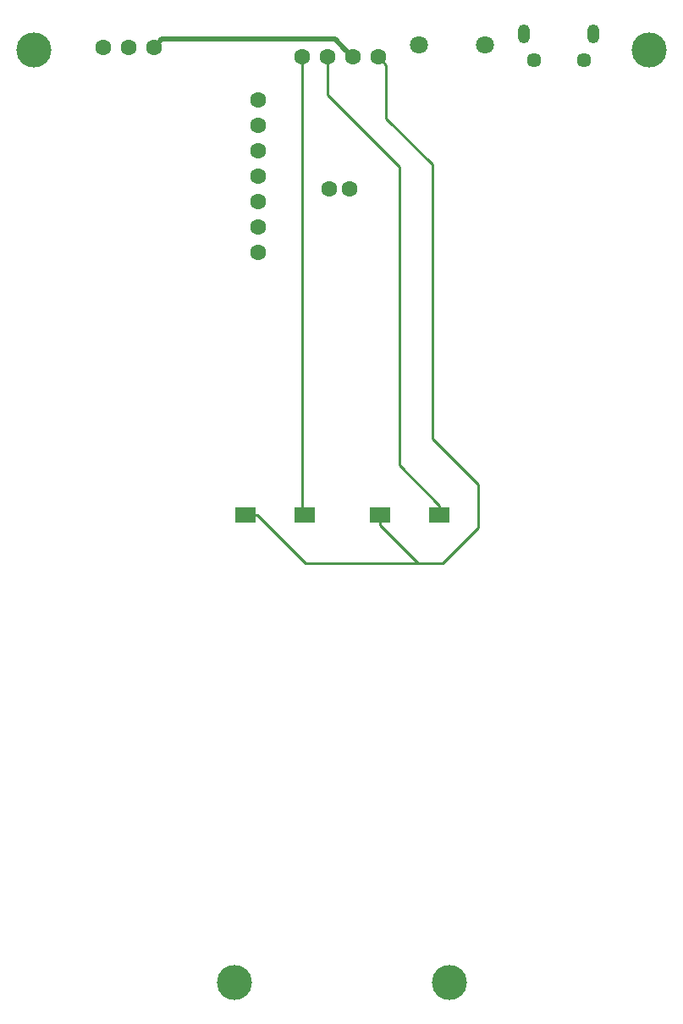
<source format=gbr>
G04 #@! TF.GenerationSoftware,KiCad,Pcbnew,5.0.2+dfsg1-1~bpo9+1*
G04 #@! TF.CreationDate,2019-01-08T10:19:29+00:00*
G04 #@! TF.ProjectId,zeroboy_new_back,7a65726f-626f-4795-9f6e-65775f626163,rev?*
G04 #@! TF.SameCoordinates,Original*
G04 #@! TF.FileFunction,Copper,L2,Bot*
G04 #@! TF.FilePolarity,Positive*
%FSLAX46Y46*%
G04 Gerber Fmt 4.6, Leading zero omitted, Abs format (unit mm)*
G04 Created by KiCad (PCBNEW 5.0.2+dfsg1-1~bpo9+1) date Tue 08 Jan 2019 10:19:29 GMT*
%MOMM*%
%LPD*%
G01*
G04 APERTURE LIST*
G04 #@! TA.AperFunction,ComponentPad*
%ADD10C,3.500000*%
G04 #@! TD*
G04 #@! TA.AperFunction,ComponentPad*
%ADD11C,1.600000*%
G04 #@! TD*
G04 #@! TA.AperFunction,ComponentPad*
%ADD12C,1.800000*%
G04 #@! TD*
G04 #@! TA.AperFunction,SMDPad,CuDef*
%ADD13R,2.000000X1.500000*%
G04 #@! TD*
G04 #@! TA.AperFunction,ComponentPad*
%ADD14C,1.450000*%
G04 #@! TD*
G04 #@! TA.AperFunction,ComponentPad*
%ADD15O,1.200000X1.900000*%
G04 #@! TD*
G04 #@! TA.AperFunction,Conductor*
%ADD16C,0.500000*%
G04 #@! TD*
G04 #@! TA.AperFunction,Conductor*
%ADD17C,0.250000*%
G04 #@! TD*
G04 APERTURE END LIST*
D10*
G04 #@! TO.P,U6,1*
G04 #@! TO.N,Net-(U6-Pad1)*
X157632400Y-139623800D03*
G04 #@! TD*
D11*
G04 #@! TO.P,U2,1*
G04 #@! TO.N,Net-(SW4-Pad1)*
X142900400Y-47142400D03*
G04 #@! TO.P,U2,2*
G04 #@! TO.N,Net-(SW3-Pad1)*
X145440400Y-47142400D03*
G04 #@! TO.P,U2,3*
G04 #@! TO.N,Net-(SW1-Pad1)*
X147980400Y-47142400D03*
G04 #@! TO.P,U2,4*
G04 #@! TO.N,Net-(SW2-Pad2)*
X150520400Y-47142400D03*
G04 #@! TD*
D10*
G04 #@! TO.P,U3,1*
G04 #@! TO.N,Net-(U3-Pad1)*
X177673000Y-46418500D03*
G04 #@! TD*
G04 #@! TO.P,U5,1*
G04 #@! TO.N,Net-(U5-Pad1)*
X116078000Y-46418500D03*
G04 #@! TD*
G04 #@! TO.P,U4,1*
G04 #@! TO.N,Net-(U4-Pad1)*
X136144000Y-139623800D03*
G04 #@! TD*
D11*
G04 #@! TO.P,SW1,1*
G04 #@! TO.N,Net-(SW1-Pad1)*
X128079500Y-46164500D03*
G04 #@! TO.P,SW1,2*
G04 #@! TO.N,Net-(SW1-Pad2)*
X125539500Y-46164500D03*
G04 #@! TO.P,SW1,3*
G04 #@! TO.N,Net-(SW1-Pad3)*
X122999500Y-46164500D03*
G04 #@! TD*
D12*
G04 #@! TO.P,SW2,1*
G04 #@! TO.N,Net-(SW2-Pad1)*
X154622500Y-45910500D03*
G04 #@! TO.P,SW2,2*
G04 #@! TO.N,Net-(SW2-Pad2)*
X161226500Y-45910500D03*
G04 #@! TD*
D13*
G04 #@! TO.P,SW3,1*
G04 #@! TO.N,Net-(SW3-Pad1)*
X156654500Y-92964000D03*
G04 #@! TO.P,SW3,2*
G04 #@! TO.N,Net-(SW2-Pad2)*
X150685500Y-92964000D03*
G04 #@! TD*
G04 #@! TO.P,SW4,2*
G04 #@! TO.N,Net-(SW2-Pad2)*
X137223500Y-92964000D03*
G04 #@! TO.P,SW4,1*
G04 #@! TO.N,Net-(SW4-Pad1)*
X143192500Y-92964000D03*
G04 #@! TD*
D11*
G04 #@! TO.P,U1,1*
G04 #@! TO.N,Net-(U1-Pad1)*
X145669000Y-60325000D03*
G04 #@! TO.P,U1,2*
G04 #@! TO.N,Net-(U1-Pad2)*
X147701000Y-60325000D03*
G04 #@! TD*
G04 #@! TO.P,U7,1*
G04 #@! TO.N,Net-(J1-Pad1)*
X138493500Y-66675000D03*
G04 #@! TO.P,U7,2*
G04 #@! TO.N,Net-(J1-Pad5)*
X138493500Y-64135000D03*
G04 #@! TO.P,U7,3*
G04 #@! TO.N,Net-(U1-Pad2)*
X138493500Y-61595000D03*
G04 #@! TO.P,U7,4*
G04 #@! TO.N,Net-(U1-Pad1)*
X138493500Y-59055000D03*
G04 #@! TO.P,U7,5*
G04 #@! TO.N,Net-(SW2-Pad2)*
X138493500Y-56515000D03*
G04 #@! TO.P,U7,6*
G04 #@! TO.N,Net-(SW1-Pad2)*
X138493500Y-53975000D03*
G04 #@! TO.P,U7,7*
G04 #@! TO.N,Net-(SW2-Pad1)*
X138493500Y-51435000D03*
G04 #@! TD*
D14*
G04 #@! TO.P,J1,6*
G04 #@! TO.N,Net-(J1-Pad5)*
X171092500Y-47500000D03*
X166092500Y-47500000D03*
D15*
X172092500Y-44800000D03*
X165092500Y-44800000D03*
G04 #@! TD*
D16*
G04 #@! TO.N,Net-(SW1-Pad1)*
X147180401Y-46342401D02*
X147980400Y-47142400D01*
X146202501Y-45364501D02*
X147180401Y-46342401D01*
X128879499Y-45364501D02*
X146202501Y-45364501D01*
X128079500Y-46164500D02*
X128879499Y-45364501D01*
D17*
G04 #@! TO.N,Net-(SW2-Pad2)*
X151320399Y-47942399D02*
X151320399Y-53276399D01*
X150520400Y-47142400D02*
X151320399Y-47942399D01*
X155956000Y-57912000D02*
X155956000Y-85344000D01*
X151320399Y-53276399D02*
X155956000Y-57912000D01*
X155956000Y-85344000D02*
X160528000Y-89916000D01*
X160528000Y-89916000D02*
X160528000Y-94234000D01*
X160528000Y-94234000D02*
X156972000Y-97790000D01*
X138473500Y-92964000D02*
X137223500Y-92964000D01*
X143299500Y-97790000D02*
X138473500Y-92964000D01*
X154511500Y-97790000D02*
X155956000Y-97790000D01*
X150685500Y-93964000D02*
X154511500Y-97790000D01*
X150685500Y-92964000D02*
X150685500Y-93964000D01*
X156972000Y-97790000D02*
X155956000Y-97790000D01*
X155956000Y-97790000D02*
X143299500Y-97790000D01*
G04 #@! TO.N,Net-(SW3-Pad1)*
X156654500Y-91964000D02*
X152654000Y-87963500D01*
X156654500Y-92964000D02*
X156654500Y-91964000D01*
X152654000Y-87963500D02*
X152654000Y-58166000D01*
X145440400Y-50952400D02*
X145440400Y-47142400D01*
X152654000Y-58166000D02*
X145440400Y-50952400D01*
G04 #@! TO.N,Net-(SW4-Pad1)*
X142900400Y-92671900D02*
X143192500Y-92964000D01*
X142900400Y-47142400D02*
X142900400Y-92671900D01*
G04 #@! TD*
M02*

</source>
